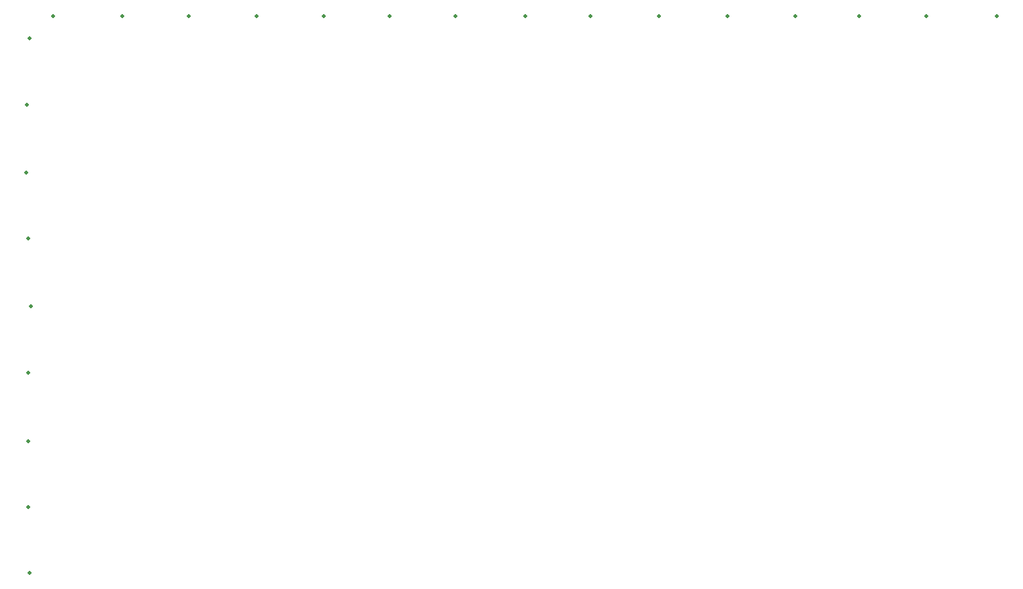
<source format=gtp>
G04*
G04 #@! TF.GenerationSoftware,Altium Limited,Altium Designer,24.5.2 (23)*
G04*
G04 Layer_Color=8421504*
%FSLAX44Y44*%
%MOMM*%
G71*
G04*
G04 #@! TF.SameCoordinates,DF3C02B5-3F0F-4488-AB2D-F481A5C04937*
G04*
G04*
G04 #@! TF.FilePolarity,Positive*
G04*
G01*
G75*
%ADD10C,0.5000*%
D10*
X22500Y734500D02*
D03*
X24000Y396000D02*
D03*
X20500Y143500D02*
D03*
X22500Y60000D02*
D03*
X20500Y226500D02*
D03*
X21000Y312500D02*
D03*
Y482000D02*
D03*
X18500Y565000D02*
D03*
X19500Y650000D02*
D03*
X52500Y762000D02*
D03*
X1242000D02*
D03*
X1152500D02*
D03*
X1068500D02*
D03*
X987500D02*
D03*
X902500D02*
D03*
X816000D02*
D03*
X729500D02*
D03*
X647000D02*
D03*
X559500D02*
D03*
X476000D02*
D03*
X393500D02*
D03*
X309000D02*
D03*
X223500D02*
D03*
X139000D02*
D03*
M02*

</source>
